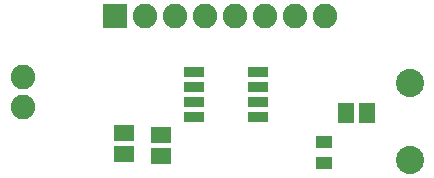
<source format=gts>
G04 EAGLE Gerber RS-274X export*
G75*
%MOMM*%
%FSLAX34Y34*%
%LPD*%
%AMOC8*
5,1,8,0,0,1.08239X$1,22.5*%
G01*
%ADD10R,1.701800X1.371600*%
%ADD11R,1.371600X1.701800*%
%ADD12R,1.728200X0.853200*%
%ADD13R,2.082800X2.082800*%
%ADD14C,2.082800*%
%ADD15R,1.403200X1.003200*%
%ADD16C,2.387600*%


D10*
X188700Y801710D03*
X188700Y819490D03*
X157257Y803432D03*
X157257Y821212D03*
D11*
X345619Y838429D03*
X363399Y838429D03*
D12*
X270620Y834876D03*
X270620Y847576D03*
X270620Y860276D03*
X270620Y872976D03*
X216380Y872976D03*
X216380Y860276D03*
X216380Y847576D03*
X216380Y834876D03*
D13*
X149263Y920090D03*
D14*
X174663Y920090D03*
X200063Y920090D03*
X225463Y920090D03*
X250863Y920090D03*
X276263Y920090D03*
X301663Y920090D03*
X327063Y920090D03*
X71453Y843396D03*
X71453Y868796D03*
D15*
X327016Y795397D03*
X327016Y813397D03*
D16*
X399105Y863858D03*
X399105Y798580D03*
M02*

</source>
